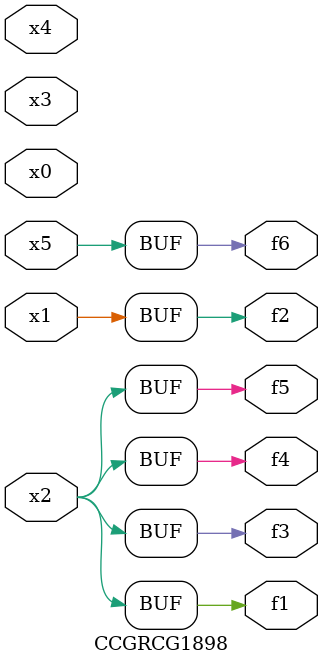
<source format=v>
module CCGRCG1898(
	input x0, x1, x2, x3, x4, x5,
	output f1, f2, f3, f4, f5, f6
);
	assign f1 = x2;
	assign f2 = x1;
	assign f3 = x2;
	assign f4 = x2;
	assign f5 = x2;
	assign f6 = x5;
endmodule

</source>
